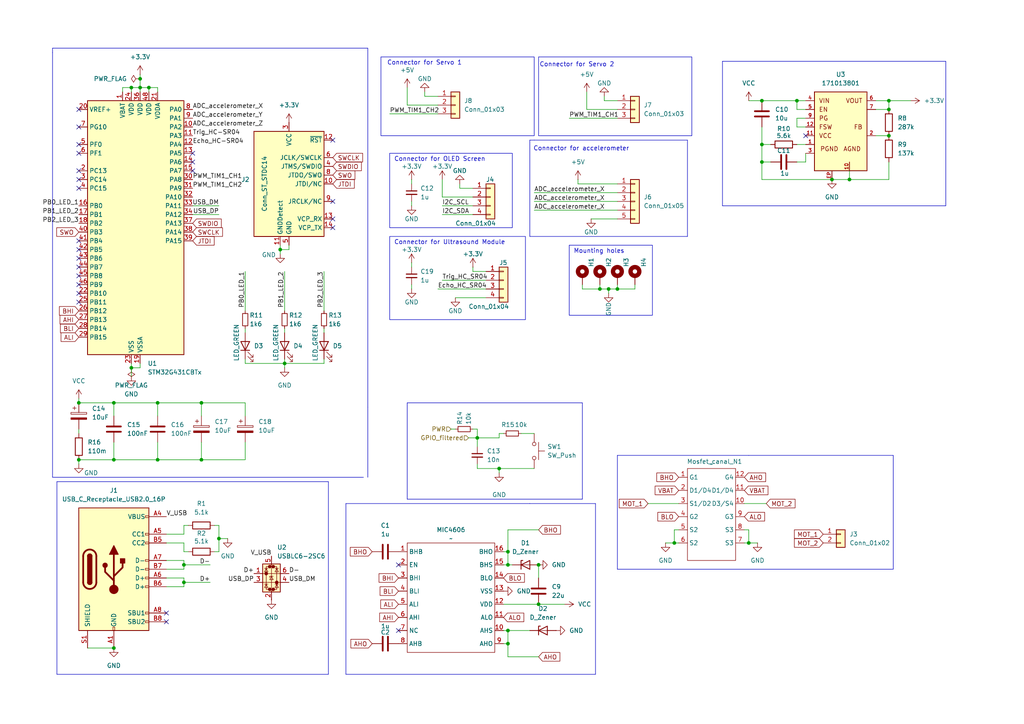
<source format=kicad_sch>
(kicad_sch (version 20231120) (generator "eeschema") (generator_version "8.0")
  (paper "A4")
  (lib_symbols
    (symbol "Connector:Conn_ST_STDC14"
      (property "Reference" "J" (at -8.89 16.51 0))
      (property "Value" "Conn_ST_STDC14" (at 17.78 16.51 0))
      (symbol "Conn_ST_STDC14_1_1"
        (pin no_connect line (at -10.16 5.08 0) (length 2.54) hide (name "NC") (number "1"))
        (pin output line (at 12.7 0 180) (length 2.54) (name "JTDI/NC") (number "10"))
        (pin passive line (at -2.54 -17.78 90) (length 2.54) (name "GNDDetect") (number "11"))
        (pin open_collector line (at 12.7 12.7 180) (length 2.54) (name "~{RST}") (number "12"))
        (pin output line (at 12.7 -10.16 180) (length 2.54) (name "VCP_RX") (number "13"))
        (pin input line (at 12.7 -12.7 180) (length 2.54) (name "VCP_TX") (number "14"))
        (pin no_connect line (at -10.16 2.54 0) (length 2.54) hide (name "NC") (number "2"))
        (pin power_in line (at 0 17.78 270) (length 2.54) (name "VCC") (number "3"))
        (pin bidirectional line (at 12.7 5.08 180) (length 2.54) (name "JTMS/SWDIO") (number "4"))
        (pin power_in line (at 0 -17.78 90) (length 2.54) (name "GND") (number "5"))
        (pin output line (at 12.7 7.62 180) (length 2.54) (name "JCLK/SWCLK") (number "6"))
        (pin passive line (at 0 -17.78 90) (length 2.54) hide (name "GND") (number "7"))
        (pin input line (at 12.7 2.54 180) (length 2.54) (name "JTDO/SWO") (number "8"))
        (pin input line (at 12.7 -5.08 180) (length 2.54) (name "JRCLK/NC") (number "9"))
      )
    )
    (symbol "Connector:USB_C_Receptacle_USB2.0_16P" (pin_names (offset 1.016))
      (property "Reference" "J" (at 0 22.225 0))
      (property "Value" "USB_C_Receptacle_USB2.0_16P" (at 0 19.685 0))
      (symbol "USB_C_Receptacle_USB2.0_16P_1_1"
        (pin passive line (at 0 -22.86 90) (length 5.08) (name "GND") (number "A1"))
        (pin passive line (at 0 -22.86 90) (length 5.08) hide (name "GND") (number "A12"))
        (pin passive line (at 15.24 15.24 180) (length 5.08) (name "VBUS") (number "A4"))
        (pin bidirectional line (at 15.24 10.16 180) (length 5.08) (name "CC1") (number "A5"))
        (pin bidirectional line (at 15.24 -2.54 180) (length 5.08) (name "D+") (number "A6"))
        (pin bidirectional line (at 15.24 2.54 180) (length 5.08) (name "D-") (number "A7"))
        (pin bidirectional line (at 15.24 -12.7 180) (length 5.08) (name "SBU1") (number "A8"))
        (pin passive line (at 15.24 15.24 180) (length 5.08) hide (name "VBUS") (number "A9"))
        (pin passive line (at 0 -22.86 90) (length 5.08) hide (name "GND") (number "B1"))
        (pin passive line (at 0 -22.86 90) (length 5.08) hide (name "GND") (number "B12"))
        (pin passive line (at 15.24 15.24 180) (length 5.08) hide (name "VBUS") (number "B4"))
        (pin bidirectional line (at 15.24 7.62 180) (length 5.08) (name "CC2") (number "B5"))
        (pin bidirectional line (at 15.24 -5.08 180) (length 5.08) (name "D+") (number "B6"))
        (pin bidirectional line (at 15.24 0 180) (length 5.08) (name "D-") (number "B7"))
        (pin bidirectional line (at 15.24 -15.24 180) (length 5.08) (name "SBU2") (number "B8"))
        (pin passive line (at 15.24 15.24 180) (length 5.08) hide (name "VBUS") (number "B9"))
        (pin passive line (at -7.62 -22.86 90) (length 5.08) (name "SHIELD") (number "S1"))
      )
    )
    (symbol "Connector_Generic:Conn_01x02" (pin_names (offset 1.016) hide)
      (property "Reference" "J" (at 0 2.54 0))
      (property "Value" "Conn_01x02" (at 0 -5.08 0))
      (symbol "Conn_01x02_1_1"
        (pin passive line (at -5.08 0 0) (length 3.81) (name "Pin_1") (number "1"))
        (pin passive line (at -5.08 -2.54 0) (length 3.81) (name "Pin_2") (number "2"))
      )
    )
    (symbol "Connector_Generic:Conn_01x03" (pin_names (offset 1.016) hide)
      (property "Reference" "J" (at 0 5.08 0))
      (property "Value" "Conn_01x03" (at 0 -5.08 0))
      (symbol "Conn_01x03_1_1"
        (pin passive line (at -5.08 2.54 0) (length 3.81) (name "Pin_1") (number "1"))
        (pin passive line (at -5.08 0 0) (length 3.81) (name "Pin_2") (number "2"))
        (pin passive line (at -5.08 -2.54 0) (length 3.81) (name "Pin_3") (number "3"))
      )
    )
    (symbol "Connector_Generic:Conn_01x04" (pin_names (offset 1.016) hide)
      (property "Reference" "J" (at 0 5.08 0))
      (property "Value" "Conn_01x04" (at 0 -7.62 0))
      (symbol "Conn_01x04_1_1"
        (pin passive line (at -5.08 2.54 0) (length 3.81) (name "Pin_1") (number "1"))
        (pin passive line (at -5.08 0 0) (length 3.81) (name "Pin_2") (number "2"))
        (pin passive line (at -5.08 -2.54 0) (length 3.81) (name "Pin_3") (number "3"))
        (pin passive line (at -5.08 -5.08 0) (length 3.81) (name "Pin_4") (number "4"))
      )
    )
    (symbol "Connector_Generic:Conn_01x05" (pin_names (offset 1.016) hide)
      (property "Reference" "J" (at 0 7.62 0))
      (property "Value" "Conn_01x05" (at 0 -7.62 0))
      (symbol "Conn_01x05_1_1"
        (pin passive line (at -5.08 5.08 0) (length 3.81) (name "Pin_1") (number "1"))
        (pin passive line (at -5.08 2.54 0) (length 3.81) (name "Pin_2") (number "2"))
        (pin passive line (at -5.08 0 0) (length 3.81) (name "Pin_3") (number "3"))
        (pin passive line (at -5.08 -2.54 0) (length 3.81) (name "Pin_4") (number "4"))
        (pin passive line (at -5.08 -5.08 0) (length 3.81) (name "Pin_5") (number "5"))
      )
    )
    (symbol "Device:C" (pin_numbers hide) (pin_names (offset 0.254))
      (property "Reference" "C" (at 0.635 2.54 0))
      (property "Value" "C" (at 0.635 -2.54 0))
      (symbol "C_1_1"
        (pin passive line (at 0 3.81 270) (length 2.794) (name "~") (number "1"))
        (pin passive line (at 0 -3.81 90) (length 2.794) (name "~") (number "2"))
      )
    )
    (symbol "Device:C_Polarized" (pin_numbers hide) (pin_names (offset 0.254))
      (property "Reference" "C" (at 0.635 2.54 0))
      (property "Value" "C_Polarized" (at 0.635 -2.54 0))
      (symbol "C_Polarized_1_1"
        (pin passive line (at 0 3.81 270) (length 2.794) (name "~") (number "1"))
        (pin passive line (at 0 -3.81 90) (length 2.794) (name "~") (number "2"))
      )
    )
    (symbol "Device:C_Small" (pin_numbers hide) (pin_names (offset 0.254) hide)
      (property "Reference" "C" (at 0.254 1.778 0))
      (property "Value" "C_Small" (at 0.254 -2.032 0))
      (symbol "C_Small_1_1"
        (pin passive line (at 0 2.54 270) (length 2.032) (name "~") (number "1"))
        (pin passive line (at 0 -2.54 90) (length 2.032) (name "~") (number "2"))
      )
    )
    (symbol "Device:D_Zener" (pin_numbers hide) (pin_names (offset 1.016) hide)
      (property "Reference" "D" (at 0 2.54 0))
      (property "Value" "D_Zener" (at 0 -2.54 0))
      (symbol "D_Zener_1_1"
        (pin passive line (at -3.81 0 0) (length 2.54) (name "K") (number "1"))
        (pin passive line (at 3.81 0 180) (length 2.54) (name "A") (number "2"))
      )
    )
    (symbol "Device:LED" (pin_numbers hide) (pin_names (offset 1.016) hide)
      (property "Reference" "D" (at 0 2.54 0))
      (property "Value" "LED" (at 0 -2.54 0))
      (symbol "LED_1_1"
        (pin passive line (at -3.81 0 0) (length 2.54) (name "K") (number "1"))
        (pin passive line (at 3.81 0 180) (length 2.54) (name "A") (number "2"))
      )
    )
    (symbol "Device:R" (pin_numbers hide) (pin_names (offset 0))
      (property "Reference" "R" (at 2.032 0 90))
      (property "Value" "R" (at 0 0 90))
      (symbol "R_1_1"
        (pin passive line (at 0 3.81 270) (length 1.27) (name "~") (number "1"))
        (pin passive line (at 0 -3.81 90) (length 1.27) (name "~") (number "2"))
      )
    )
    (symbol "Device:R_Small" (pin_numbers hide) (pin_names (offset 0.254) hide)
      (property "Reference" "R" (at 0.762 0.508 0))
      (property "Value" "R_Small" (at 0.762 -1.016 0))
      (symbol "R_Small_1_1"
        (pin passive line (at 0 2.54 270) (length 0.762) (name "~") (number "1"))
        (pin passive line (at 0 -2.54 90) (length 0.762) (name "~") (number "2"))
      )
    )
    (symbol "Library:MIC4606"
      (property "Reference" "MIC4606" (at 0 5.842 0))
      (symbol "MIC4606_0_0"
        (pin unspecified line (at -15.24 15.24 0) (length 2.54) (name "BHB") (number "1"))
        (pin unspecified line (at 15.24 -7.62 180) (length 2.54) (name "AHS") (number "10"))
        (pin unspecified line (at 15.24 -3.81 180) (length 2.54) (name "ALO") (number "11"))
        (pin unspecified line (at 15.24 0 180) (length 2.54) (name "VDD") (number "12"))
        (pin unspecified line (at 15.24 3.81 180) (length 2.54) (name "VSS") (number "13"))
        (pin unspecified line (at 15.24 7.62 180) (length 2.54) (name "BLO") (number "14"))
        (pin unspecified line (at 15.24 11.43 180) (length 2.54) (name "BHS") (number "15"))
        (pin unspecified line (at 15.24 15.24 180) (length 2.54) (name "BHO") (number "16"))
        (pin unspecified line (at -15.24 11.43 0) (length 2.54) (name "EN") (number "2"))
        (pin unspecified line (at -15.24 7.62 0) (length 2.54) (name "BHI") (number "3"))
        (pin unspecified line (at -15.24 3.81 0) (length 2.54) (name "BLI") (number "4"))
        (pin unspecified line (at -15.24 0 0) (length 2.54) (name "ALI") (number "5"))
        (pin unspecified line (at -15.24 -3.81 0) (length 2.54) (name "AHI") (number "6"))
        (pin unspecified line (at -15.24 -7.62 0) (length 2.54) (name "NC") (number "7"))
        (pin unspecified line (at -15.24 -11.43 0) (length 2.54) (name "AHB") (number "8"))
        (pin unspecified line (at 15.24 -11.43 180) (length 2.54) (name "AHO") (number "9"))
      )
    )
    (symbol "Library:Mosfet_Canal_N"
      (property "Reference" "U" (at -11.43 15.24 0))
      (symbol "Mosfet_Canal_N_0_0"
        (pin unspecified line (at -11.43 15.24 0) (length 2.54) (name "G1") (number "1"))
        (pin unspecified line (at 7.62 7.62 180) (length 2.54) (name "D3/S4") (number "10"))
        (pin unspecified line (at 7.62 11.43 180) (length 2.54) (name "D1/D4") (number "11"))
        (pin unspecified line (at 7.62 15.24 180) (length 2.54) (name "G4") (number "12"))
        (pin unspecified line (at -11.43 11.43 0) (length 2.54) (name "D1/D4") (number "2"))
        (pin unspecified line (at -11.43 7.62 0) (length 2.54) (name "S1/D2") (number "3"))
        (pin unspecified line (at -11.43 3.81 0) (length 2.54) (name "G2") (number "4"))
        (pin unspecified line (at -11.43 0 0) (length 2.54) (name "S2") (number "5"))
        (pin unspecified line (at -11.43 -3.81 0) (length 2.54) (name "S2") (number "6"))
        (pin unspecified line (at 7.62 -3.81 180) (length 2.54) (name "S3") (number "7"))
        (pin unspecified line (at 7.62 0 180) (length 2.54) (name "S3") (number "8"))
        (pin unspecified line (at 7.62 3.81 180) (length 2.54) (name "G3") (number "9"))
      )
    )
    (symbol "Library:WPME-VDLM_LGA-12EP" (pin_names (offset 1.016))
      (property "Reference" "U" (at 0 11.43 0))
      (property "Value" "WPME-VDLM_LGA-12EP" (at 0 -17.78 0))
      (symbol "WPME-VDLM_LGA-12EP_0_0"
        (text "AGND" (at 3.302 -6.35 0) (effects (font (size 1.27 1.27))))
        (text "EN" (at -6.35 5.08 0) (effects (font (size 1.27 1.27)) (justify left)))
        (text "FB" (at 6.35 0 0) (effects (font (size 1.27 1.27)) (justify right)))
        (text "FSW" (at -6.35 0 0) (effects (font (size 1.27 1.27)) (justify left)))
        (text "PG" (at -6.35 2.54 0) (effects (font (size 1.27 1.27)) (justify left)))
        (text "PGND" (at -3.302 -6.35 0) (effects (font (size 1.27 1.27))))
        (text "VCC" (at -6.35 -2.54 0) (effects (font (size 1.27 1.27)) (justify left)))
        (text "VIN" (at -6.35 7.62 0) (effects (font (size 1.27 1.27)) (justify left)))
        (text "VOUT" (at 6.35 7.62 0) (effects (font (size 1.27 1.27)) (justify right)))
        (pin passive line (at -10.16 -5.08 0) (length 2.54) (name "~") (number "1"))
        (pin passive line (at 2.54 -12.7 90) (length 2.54) (name "~") (number "10"))
        (pin passive line (at -10.16 -2.54 0) (length 2.54) (name "~") (number "11"))
        (pin passive line (at -10.16 0 0) (length 2.54) (name "~") (number "12"))
        (pin passive line (at 10.16 -2.54 180) (length 2.54) (name "~") (number "2"))
        (pin passive line (at -10.16 -7.62 0) (length 2.54) (name "~") (number "3"))
        (pin passive line (at -10.16 7.62 0) (length 2.54) (name "~") (number "4"))
        (pin passive line (at -10.16 5.08 0) (length 2.54) (name "~") (number "5"))
        (pin passive line (at 10.16 7.62 180) (length 2.54) (name "~") (number "6"))
        (pin passive line (at 10.16 5.08 180) (length 2.54) (name "~") (number "7"))
        (pin passive line (at -10.16 2.54 0) (length 2.54) (name "~") (number "9"))
        (pin passive line (at -2.54 -15.24 90) (length 2.54) (name "~") (number "EP"))
      )
    )
    (symbol "MCU_ST_STM32G4:STM32G431CBTx"
      (property "Reference" "U" (at -12.7 39.37 0))
      (property "Value" "STM32G431CBTx" (at 10.16 39.37 0))
      (symbol "STM32G431CBTx_1_1"
        (pin power_in line (at -2.54 40.64 270) (length 2.54) (name "VBAT") (number "1"))
        (pin bidirectional line (at 17.78 30.48 180) (length 2.54) (name "PA2") (number "10"))
        (pin bidirectional line (at 17.78 27.94 180) (length 2.54) (name "PA3") (number "11"))
        (pin bidirectional line (at 17.78 25.4 180) (length 2.54) (name "PA4") (number "12"))
        (pin bidirectional line (at 17.78 22.86 180) (length 2.54) (name "PA5") (number "13"))
        (pin bidirectional line (at 17.78 20.32 180) (length 2.54) (name "PA6") (number "14"))
        (pin bidirectional line (at 17.78 17.78 180) (length 2.54) (name "PA7") (number "15"))
        (pin bidirectional line (at -15.24 7.62 0) (length 2.54) (name "PB0") (number "16"))
        (pin bidirectional line (at -15.24 5.08 0) (length 2.54) (name "PB1") (number "17"))
        (pin bidirectional line (at -15.24 2.54 0) (length 2.54) (name "PB2") (number "18"))
        (pin power_in line (at 2.54 -38.1 90) (length 2.54) (name "VSSA") (number "19"))
        (pin bidirectional line (at -15.24 17.78 0) (length 2.54) (name "PC13") (number "2"))
        (pin input line (at -15.24 35.56 0) (length 2.54) (name "VREF+") (number "20"))
        (pin power_in line (at 7.62 40.64 270) (length 2.54) (name "VDDA") (number "21"))
        (pin bidirectional line (at -15.24 -17.78 0) (length 2.54) (name "PB10") (number "22"))
        (pin power_in line (at 0 -38.1 90) (length 2.54) (name "VSS") (number "23"))
        (pin power_in line (at 0 40.64 270) (length 2.54) (name "VDD") (number "24"))
        (pin bidirectional line (at -15.24 -20.32 0) (length 2.54) (name "PB11") (number "25"))
        (pin bidirectional line (at -15.24 -22.86 0) (length 2.54) (name "PB12") (number "26"))
        (pin bidirectional line (at -15.24 -25.4 0) (length 2.54) (name "PB13") (number "27"))
        (pin bidirectional line (at -15.24 -27.94 0) (length 2.54) (name "PB14") (number "28"))
        (pin bidirectional line (at -15.24 -30.48 0) (length 2.54) (name "PB15") (number "29"))
        (pin bidirectional line (at -15.24 15.24 0) (length 2.54) (name "PC14") (number "3"))
        (pin bidirectional line (at 17.78 15.24 180) (length 2.54) (name "PA8") (number "30"))
        (pin bidirectional line (at 17.78 12.7 180) (length 2.54) (name "PA9") (number "31"))
        (pin bidirectional line (at 17.78 10.16 180) (length 2.54) (name "PA10") (number "32"))
        (pin bidirectional line (at 17.78 7.62 180) (length 2.54) (name "PA11") (number "33"))
        (pin bidirectional line (at 17.78 5.08 180) (length 2.54) (name "PA12") (number "34"))
        (pin passive line (at 0 -38.1 90) (length 2.54) hide (name "VSS") (number "35"))
        (pin power_in line (at 2.54 40.64 270) (length 2.54) (name "VDD") (number "36"))
        (pin bidirectional line (at 17.78 2.54 180) (length 2.54) (name "PA13") (number "37"))
        (pin bidirectional line (at 17.78 0 180) (length 2.54) (name "PA14") (number "38"))
        (pin bidirectional line (at 17.78 -2.54 180) (length 2.54) (name "PA15") (number "39"))
        (pin bidirectional line (at -15.24 12.7 0) (length 2.54) (name "PC15") (number "4"))
        (pin bidirectional line (at -15.24 0 0) (length 2.54) (name "PB3") (number "40"))
        (pin bidirectional line (at -15.24 -2.54 0) (length 2.54) (name "PB4") (number "41"))
        (pin bidirectional line (at -15.24 -5.08 0) (length 2.54) (name "PB5") (number "42"))
        (pin bidirectional line (at -15.24 -7.62 0) (length 2.54) (name "PB6") (number "43"))
        (pin bidirectional line (at -15.24 -10.16 0) (length 2.54) (name "PB7") (number "44"))
        (pin bidirectional line (at -15.24 -12.7 0) (length 2.54) (name "PB8") (number "45"))
        (pin bidirectional line (at -15.24 -15.24 0) (length 2.54) (name "PB9") (number "46"))
        (pin passive line (at 0 -38.1 90) (length 2.54) hide (name "VSS") (number "47"))
        (pin power_in line (at 5.08 40.64 270) (length 2.54) (name "VDD") (number "48"))
        (pin bidirectional line (at -15.24 25.4 0) (length 2.54) (name "PF0") (number "5"))
        (pin bidirectional line (at -15.24 22.86 0) (length 2.54) (name "PF1") (number "6"))
        (pin bidirectional line (at -15.24 30.48 0) (length 2.54) (name "PG10") (number "7"))
        (pin bidirectional line (at 17.78 35.56 180) (length 2.54) (name "PA0") (number "8"))
        (pin bidirectional line (at 17.78 33.02 180) (length 2.54) (name "PA1") (number "9"))
      )
    )
    (symbol "Mechanical:MountingHole_Pad" (pin_numbers hide) (pin_names (offset 1.016) hide)
      (property "Reference" "H" (at 0 6.35 0))
      (property "Value" "MountingHole_Pad" (at 0 4.445 0))
      (symbol "MountingHole_Pad_1_1"
        (pin input line (at 0 -2.54 90) (length 2.54) (name "1") (number "1"))
      )
    )
    (symbol "Power_Protection:USBLC6-2SC6" (pin_names hide)
      (property "Reference" "U" (at 0.635 5.715 0))
      (property "Value" "USBLC6-2SC6" (at 0.635 3.81 0))
      (symbol "USBLC6-2SC6_1_1"
        (pin passive line (at -5.08 0 0) (length 2.54) (name "I/O1") (number "1"))
        (pin passive line (at 0 -7.62 90) (length 2.54) (name "GND") (number "2"))
        (pin passive line (at -5.08 -2.54 0) (length 2.54) (name "I/O2") (number "3"))
        (pin passive line (at 5.08 -2.54 180) (length 2.54) (name "I/O2") (number "4"))
        (pin passive line (at 0 5.08 270) (length 2.54) (name "VBUS") (number "5"))
        (pin passive line (at 5.08 0 180) (length 2.54) (name "I/O1") (number "6"))
      )
    )
    (symbol "Switch:SW_Push" (pin_numbers hide) (pin_names (offset 1.016) hide)
      (property "Reference" "SW" (at 1.27 2.54 0))
      (property "Value" "SW_Push" (at 0 -1.524 0))
      (symbol "SW_Push_0_1"
        (pin passive line (at -5.08 0 0) (length 2.54) (name "1") (number "1"))
        (pin passive line (at 5.08 0 180) (length 2.54) (name "2") (number "2"))
      )
    )
    (symbol "power:+3.3V" (power) (pin_numbers hide) (pin_names (offset 0) hide)
      (property "Value" "+3.3V" (at 0 3.556 0))
      (symbol "+3.3V_1_1"
        (pin power_in line (at 0 0 90) (length 0) (name "~") (number "1"))
      )
    )
    (symbol "power:+5V" (power) (pin_numbers hide) (pin_names (offset 0) hide)
      (property "Value" "+5V" (at 0 3.556 0))
      (symbol "+5V_1_1"
        (pin power_in line (at 0 0 90) (length 0) (name "~") (number "1"))
      )
    )
    (symbol "power:GND" (power) (pin_numbers hide) (pin_names (offset 0) hide)
      (property "Value" "GND" (at 0 -3.81 0))
      (symbol "GND_1_1"
        (pin power_in line (at 0 0 270) (length 0) (name "~") (number "1"))
      )
    )
    (symbol "power:PWR_FLAG" (power) (pin_numbers hide) (pin_names (offset 0) hide)
      (property "Value" "PWR_FLAG" (at 0 3.81 0))
      (symbol "PWR_FLAG_0_0"
        (pin power_out line (at 0 0 90) (length 0) (name "~") (number "1"))
      )
    )
    (symbol "power:VCC" (power) (pin_numbers hide) (pin_names (offset 0) hide)
      (property "Value" "VCC" (at 0 3.556 0))
      (symbol "VCC_1_1"
        (pin power_in line (at 0 0 90) (length 0) (name "~") (number "1"))
      )
    )
  )
  (junction (at 156.21 175.26))
  (junction (at 33.02 116.84))
  (junction (at 246.38 52.07))
  (junction (at 63.5 156.21))
  (junction (at 138.43 127))
  (junction (at 53.34 168.91))
  (junction (at 22.86 133.35))
  (junction (at 45.72 133.35))
  (junction (at 257.81 29.21))
  (junction (at 33.02 187.96))
  (junction (at 179.07 83.82))
  (junction (at 43.18 25.4))
  (junction (at 220.98 41.91))
  (junction (at 147.32 186.69))
  (junction (at 220.98 29.21))
  (junction (at 217.17 157.48))
  (junction (at 220.98 46.99))
  (junction (at 81.28 72.39))
  (junction (at 156.21 163.83))
  (junction (at 40.64 22.86))
  (junction (at 241.3 52.07))
  (junction (at 33.02 133.35))
  (junction (at 173.99 83.82))
  (junction (at 40.64 25.4))
  (junction (at 257.81 39.37))
  (junction (at 176.53 83.82))
  (junction (at 22.86 116.84))
  (junction (at 38.1 25.4))
  (junction (at 147.32 160.02))
  (junction (at 231.14 29.21))
  (junction (at 144.78 135.89))
  (junction (at 38.1 106.68))
  (junction (at 58.42 116.84))
  (junction (at 82.55 105.41))
  (junction (at 147.32 182.88))
  (junction (at 58.42 133.35))
  (junction (at 195.58 157.48))
  (junction (at 53.34 163.83))
  (junction (at 45.72 116.84))
  (junction (at 257.81 31.75))
  (junction (at 147.32 163.83))
  (no_connect (at 96.52 66.04))
  (no_connect (at 96.52 40.64))
  (no_connect (at 22.86 85.09))
  (no_connect (at 22.86 77.47))
  (no_connect (at 22.86 82.55))
  (no_connect (at 22.86 54.61))
  (no_connect (at 22.86 72.39))
  (no_connect (at 55.88 44.45))
  (no_connect (at 22.86 49.53))
  (no_connect (at 22.86 87.63))
  (no_connect (at 22.86 31.75))
  (no_connect (at 22.86 36.83))
  (no_connect (at 115.57 163.83))
  (no_connect (at 48.26 177.8))
  (no_connect (at 22.86 52.07))
  (no_connect (at 55.88 46.99))
  (no_connect (at 22.86 80.01))
  (no_connect (at 233.68 39.37))
  (no_connect (at 48.26 180.34))
  (no_connect (at 22.86 74.93))
  (no_connect (at 115.57 182.88))
  (no_connect (at 96.52 58.42))
  (no_connect (at 22.86 44.45))
  (no_connect (at 96.52 63.5))
  (no_connect (at 22.86 69.85))
  (no_connect (at 22.86 41.91))
  (no_connect (at 55.88 49.53))
  (wire (pts (xy 82.55 95.25) (xy 82.55 96.52)))
  (wire (pts (xy 246.38 49.53) (xy 246.38 52.07)))
  (wire (pts (xy 71.12 128.27) (xy 71.12 133.35)))
  (wire (pts (xy 62.23 152.4) (xy 63.5 152.4)))
  (wire (pts (xy 53.34 168.91) (xy 53.34 170.18)))
  (wire (pts (xy 128.27 59.69) (xy 137.16 59.69)))
  (wire (pts (xy 233.68 36.83) (xy 231.14 36.83)))
  (polyline (pts (xy 168.91 116.84) (xy 168.91 144.78)))
  (wire (pts (xy 53.34 168.91) (xy 60.96 168.91)))
  (wire (pts (xy 193.04 157.48) (xy 195.58 157.48)))
  (polyline (pts (xy 100.33 146.05) (xy 153.67 146.05)))
  (wire (pts (xy 130.81 124.46) (xy 132.08 124.46)))
  (polyline (pts (xy 95.25 195.58) (xy 16.51 195.58)))
  (wire (pts (xy 168.91 82.55) (xy 168.91 83.82)))
  (polyline (pts (xy 274.32 17.78) (xy 274.32 59.69)))
  (wire (pts (xy 38.1 25.4) (xy 38.1 26.67)))
  (wire (pts (xy 195.58 157.48) (xy 196.85 157.48)))
  (wire (pts (xy 22.86 133.35) (xy 22.86 134.62)))
  (wire (pts (xy 40.64 106.68) (xy 38.1 106.68)))
  (polyline (pts (xy 16.51 195.58) (xy 16.51 139.7)))
  (wire (pts (xy 264.16 29.21) (xy 257.81 29.21)))
  (wire (pts (xy 231.14 46.99) (xy 233.68 46.99)))
  (wire (pts (xy 113.03 33.02) (xy 127 33.02)))
  (wire (pts (xy 233.68 46.99) (xy 233.68 44.45)))
  (wire (pts (xy 55.88 62.23) (xy 63.5 62.23)))
  (wire (pts (xy 151.13 125.73) (xy 154.94 125.73)))
  (wire (pts (xy 71.12 116.84) (xy 71.12 120.65)))
  (wire (pts (xy 148.59 163.83) (xy 147.32 163.83)))
  (wire (pts (xy 137.16 77.47) (xy 137.16 78.74)))
  (wire (pts (xy 254 39.37) (xy 257.81 39.37)))
  (wire (pts (xy 123.19 26.67) (xy 123.19 27.94)))
  (wire (pts (xy 133.35 53.34) (xy 133.35 54.61)))
  (wire (pts (xy 63.5 156.21) (xy 63.5 160.02)))
  (wire (pts (xy 40.64 25.4) (xy 43.18 25.4)))
  (wire (pts (xy 220.98 46.99) (xy 220.98 52.07)))
  (wire (pts (xy 33.02 133.35) (xy 22.86 133.35)))
  (wire (pts (xy 220.98 41.91) (xy 220.98 46.99)))
  (wire (pts (xy 254 31.75) (xy 257.81 31.75)))
  (wire (pts (xy 170.18 26.67) (xy 170.18 31.75)))
  (wire (pts (xy 53.34 152.4) (xy 54.61 152.4)))
  (wire (pts (xy 118.11 30.48) (xy 127 30.48)))
  (wire (pts (xy 48.26 154.94) (xy 53.34 154.94)))
  (wire (pts (xy 81.28 73.66) (xy 81.28 72.39)))
  (polyline (pts (xy 153.67 40.64) (xy 153.67 68.58)))
  (wire (pts (xy 144.78 135.89) (xy 144.78 137.16)))
  (polyline (pts (xy 153.67 40.64) (xy 154.94 40.64)))
  (wire (pts (xy 45.72 133.35) (xy 33.02 133.35)))
  (wire (pts (xy 146.05 182.88) (xy 147.32 182.88)))
  (wire (pts (xy 220.98 41.91) (xy 223.52 41.91)))
  (wire (pts (xy 147.32 186.69) (xy 146.05 186.69)))
  (wire (pts (xy 118.11 25.4) (xy 118.11 30.48)))
  (polyline (pts (xy 15.24 15.24) (xy 15.24 138.43)))
  (polyline (pts (xy 100.33 195.58) (xy 100.33 146.05)))
  (polyline (pts (xy 199.39 40.64) (xy 199.39 68.58)))
  (polyline (pts (xy 118.11 116.84) (xy 168.91 116.84)))
  (wire (pts (xy 119.38 58.42) (xy 119.38 59.69)))
  (wire (pts (xy 171.45 63.5) (xy 179.07 63.5)))
  (wire (pts (xy 71.12 133.35) (xy 58.42 133.35)))
  (wire (pts (xy 40.64 22.86) (xy 40.64 25.4)))
  (wire (pts (xy 43.18 26.67) (xy 43.18 25.4)))
  (wire (pts (xy 165.1 34.29) (xy 179.07 34.29)))
  (polyline (pts (xy 154.94 40.64) (xy 199.39 40.64)))
  (wire (pts (xy 63.5 152.4) (xy 63.5 156.21)))
  (wire (pts (xy 45.72 120.65) (xy 45.72 116.84)))
  (polyline (pts (xy 217.17 132.08) (xy 259.08 132.08)))
  (wire (pts (xy 220.98 36.83) (xy 220.98 41.91)))
  (wire (pts (xy 257.81 31.75) (xy 257.81 29.21)))
  (wire (pts (xy 128.27 81.28) (xy 140.97 81.28)))
  (wire (pts (xy 40.64 21.59) (xy 40.64 22.86)))
  (polyline (pts (xy 172.72 146.05) (xy 172.72 195.58)))
  (polyline (pts (xy 179.07 132.08) (xy 179.07 165.1)))
  (wire (pts (xy 231.14 41.91) (xy 233.68 41.91)))
  (wire (pts (xy 257.81 52.07) (xy 246.38 52.07)))
  (wire (pts (xy 22.86 124.46) (xy 22.86 125.73)))
  (wire (pts (xy 33.02 120.65) (xy 33.02 116.84)))
  (wire (pts (xy 58.42 133.35) (xy 45.72 133.35)))
  (polyline (pts (xy 259.08 132.08) (xy 259.08 165.1)))
  (wire (pts (xy 25.4 187.96) (xy 33.02 187.96)))
  (wire (pts (xy 215.9 146.05) (xy 222.25 146.05)))
  (wire (pts (xy 93.98 104.14) (xy 93.98 105.41)))
  (polyline (pts (xy 209.55 17.78) (xy 274.32 17.78)))
  (wire (pts (xy 144.78 135.89) (xy 154.94 135.89)))
  (wire (pts (xy 83.82 71.12) (xy 83.82 72.39)))
  (wire (pts (xy 187.96 146.05) (xy 196.85 146.05)))
  (wire (pts (xy 45.72 25.4) (xy 43.18 25.4)))
  (wire (pts (xy 82.55 78.74) (xy 82.55 90.17)))
  (wire (pts (xy 147.32 160.02) (xy 147.32 163.83)))
  (wire (pts (xy 58.42 128.27) (xy 58.42 133.35)))
  (wire (pts (xy 58.42 116.84) (xy 58.42 120.65)))
  (wire (pts (xy 123.19 27.94) (xy 127 27.94)))
  (wire (pts (xy 128.27 57.15) (xy 137.16 57.15)))
  (polyline (pts (xy 259.08 165.1) (xy 259.08 165.1)))
  (wire (pts (xy 128.27 62.23) (xy 137.16 62.23)))
  (wire (pts (xy 146.05 175.26) (xy 156.21 175.26)))
  (wire (pts (xy 231.14 34.29) (xy 233.68 34.29)))
  (wire (pts (xy 40.64 105.41) (xy 40.64 106.68)))
  (wire (pts (xy 220.98 52.07) (xy 241.3 52.07)))
  (wire (pts (xy 220.98 46.99) (xy 223.52 46.99)))
  (wire (pts (xy 217.17 157.48) (xy 219.71 157.48)))
  (wire (pts (xy 147.32 153.67) (xy 147.32 160.02)))
  (wire (pts (xy 45.72 128.27) (xy 45.72 133.35)))
  (wire (pts (xy 93.98 95.25) (xy 93.98 96.52)))
  (wire (pts (xy 246.38 52.07) (xy 241.3 52.07)))
  (polyline (pts (xy 106.68 13.97) (xy 106.68 118.11)))
  (wire (pts (xy 147.32 160.02) (xy 146.05 160.02)))
  (wire (pts (xy 154.94 55.88) (xy 179.07 55.88)))
  (wire (pts (xy 144.78 125.73) (xy 146.05 125.73)))
  (wire (pts (xy 82.55 105.41) (xy 82.55 106.68)))
  (wire (pts (xy 173.99 83.82) (xy 176.53 83.82)))
  (wire (pts (xy 173.99 82.55) (xy 173.99 83.82)))
  (wire (pts (xy 48.26 167.64) (xy 53.34 167.64)))
  (wire (pts (xy 133.35 54.61) (xy 137.16 54.61)))
  (wire (pts (xy 62.23 160.02) (xy 63.5 160.02)))
  (wire (pts (xy 53.34 163.83) (xy 53.34 165.1)))
  (wire (pts (xy 71.12 78.74) (xy 71.12 90.17)))
  (wire (pts (xy 215.9 153.67) (xy 217.17 153.67)))
  (wire (pts (xy 144.78 125.73) (xy 144.78 127)))
  (wire (pts (xy 170.18 31.75) (xy 179.07 31.75)))
  (wire (pts (xy 53.34 167.64) (xy 53.34 168.91)))
  (wire (pts (xy 156.21 190.5) (xy 147.32 190.5)))
  (wire (pts (xy 45.72 25.4) (xy 45.72 26.67)))
  (wire (pts (xy 138.43 124.46) (xy 138.43 127)))
  (wire (pts (xy 154.94 60.96) (xy 179.07 60.96)))
  (wire (pts (xy 231.14 36.83) (xy 231.14 34.29)))
  (polyline (pts (xy 274.32 59.69) (xy 209.55 59.69)))
  (wire (pts (xy 71.12 95.25) (xy 71.12 96.52)))
  (wire (pts (xy 128.27 52.07) (xy 128.27 57.15)))
  (polyline (pts (xy 172.72 195.58) (xy 100.33 195.58)))
  (wire (pts (xy 119.38 82.55) (xy 119.38 83.82)))
  (wire (pts (xy 147.32 190.5) (xy 147.32 186.69)))
  (wire (pts (xy 22.86 116.84) (xy 22.86 115.57)))
  (wire (pts (xy 45.72 116.84) (xy 58.42 116.84)))
  (polyline (pts (xy 15.24 13.97) (xy 15.24 15.24)))
  (wire (pts (xy 127 83.82) (xy 140.97 83.82)))
  (wire (pts (xy 132.08 86.36) (xy 140.97 86.36)))
  (wire (pts (xy 48.26 162.56) (xy 53.34 162.56)))
  (wire (pts (xy 138.43 129.54) (xy 138.43 127)))
  (wire (pts (xy 231.14 29.21) (xy 231.14 31.75)))
  (polyline (pts (xy 95.25 139.7) (xy 95.25 195.58)))
  (wire (pts (xy 38.1 25.4) (xy 40.64 25.4)))
  (wire (pts (xy 257.81 46.99) (xy 257.81 52.07)))
  (wire (pts (xy 33.02 116.84) (xy 22.86 116.84)))
  (wire (pts (xy 55.88 59.69) (xy 63.5 59.69)))
  (polyline (pts (xy 118.11 116.84) (xy 118.11 144.78)))
  (wire (pts (xy 38.1 105.41) (xy 38.1 106.68)))
  (wire (pts (xy 156.21 163.83) (xy 156.21 167.64)))
  (polyline (pts (xy 15.24 13.97) (xy 106.68 13.97)))
  (polyline (pts (xy 168.91 144.78) (xy 118.11 144.78)))
  (wire (pts (xy 83.82 72.39) (xy 81.28 72.39)))
  (wire (pts (xy 40.64 25.4) (xy 40.64 26.67)))
  (wire (pts (xy 144.78 135.89) (xy 138.43 135.89)))
  (wire (pts (xy 48.26 157.48) (xy 53.34 157.48)))
  (wire (pts (xy 147.32 182.88) (xy 147.32 186.69)))
  (wire (pts (xy 71.12 105.41) (xy 82.55 105.41)))
  (wire (pts (xy 147.32 163.83) (xy 146.05 163.83)))
  (wire (pts (xy 217.17 153.67) (xy 217.17 157.48)))
  (wire (pts (xy 195.58 153.67) (xy 195.58 157.48)))
  (wire (pts (xy 35.56 25.4) (xy 38.1 25.4)))
  (wire (pts (xy 220.98 29.21) (xy 231.14 29.21)))
  (wire (pts (xy 53.34 165.1) (xy 48.26 165.1)))
  (wire (pts (xy 167.64 53.34) (xy 179.07 53.34)))
  (wire (pts (xy 176.53 83.82) (xy 176.53 85.09)))
  (wire (pts (xy 53.34 157.48) (xy 53.34 160.02)))
  (polyline (pts (xy 199.39 68.58) (xy 153.67 68.58)))
  (wire (pts (xy 184.15 83.82) (xy 179.07 83.82)))
  (wire (pts (xy 156.21 175.26) (xy 163.83 175.26)))
  (wire (pts (xy 53.34 154.94) (xy 53.34 152.4)))
  (polyline (pts (xy 105.41 138.43) (xy 15.24 138.43)))
  (wire (pts (xy 38.1 106.68) (xy 38.1 109.22)))
  (wire (pts (xy 119.38 76.2) (xy 119.38 77.47)))
  (wire (pts (xy 119.38 52.07) (xy 119.38 53.34)))
  (wire (pts (xy 215.9 157.48) (xy 217.17 157.48)))
  (wire (pts (xy 156.21 153.67) (xy 147.32 153.67)))
  (wire (pts (xy 33.02 128.27) (xy 33.02 133.35)))
  (wire (pts (xy 71.12 104.14) (xy 71.12 105.41)))
  (wire (pts (xy 154.94 58.42) (xy 179.07 58.42)))
  (wire (pts (xy 176.53 83.82) (xy 179.07 83.82)))
  (polyline (pts (xy 217.17 132.08) (xy 179.07 132.08)))
  (wire (pts (xy 135.89 127) (xy 138.43 127)))
  (wire (pts (xy 53.34 162.56) (xy 53.34 163.83)))
  (polyline (pts (xy 153.67 146.05) (xy 172.72 146.05)))
  (polyline (pts (xy 209.55 17.78) (xy 209.55 59.69)))
  (wire (pts (xy 168.91 83.82) (xy 173.99 83.82)))
  (wire (pts (xy 93.98 78.74) (xy 93.98 90.17)))
  (wire (pts (xy 138.43 135.89) (xy 138.43 134.62)))
  (wire (pts (xy 63.5 156.21) (xy 66.04 156.21)))
  (wire (pts (xy 53.34 170.18) (xy 48.26 170.18)))
  (wire (pts (xy 167.64 52.07) (xy 167.64 53.34)))
  (wire (pts (xy 82.55 104.14) (xy 82.55 105.41)))
  (wire (pts (xy 138.43 124.46) (xy 137.16 124.46)))
  (wire (pts (xy 33.02 116.84) (xy 45.72 116.84)))
  (wire (pts (xy 137.16 78.74) (xy 140.97 78.74)))
  (wire (pts (xy 53.34 160.02) (xy 54.61 160.02)))
  (wire (pts (xy 231.14 29.21) (xy 233.68 29.21)))
  (wire (pts (xy 82.55 105.41) (xy 93.98 105.41)))
  (wire (pts (xy 53.34 163.83) (xy 60.96 163.83)))
  (wire (pts (xy 175.26 29.21) (xy 179.07 29.21)))
  (wire (pts (xy 175.26 27.94) (xy 175.26 29.21)))
  (wire (pts (xy 58.42 116.84) (xy 71.12 116.84)))
  (wire (pts (xy 184.15 83.82) (xy 184.15 82.55)))
  (polyline (pts (xy 179.07 165.1) (xy 259.08 165.1)))
  (wire (pts (xy 153.67 182.88) (xy 147.32 182.88)))
  (polyline (pts (xy 106.68 118.11) (xy 106.68 138.43)))
  (wire (pts (xy 217.17 29.21) (xy 220.98 29.21)))
  (wire (pts (xy 257.81 29.21) (xy 254 29.21)))
  (wire (pts (xy 196.85 153.67) (xy 195.58 153.67)))
  (polyline (pts (xy 16.51 139.7) (xy 95.25 139.7)))
  (wire (pts (xy 231.14 31.75) (xy 233.68 31.75)))
  (wire (pts (xy 138.43 127) (xy 144.78 127)))
  (wire (pts (xy 35.56 25.4) (xy 35.56 26.67)))
  (wire (pts (xy 179.07 82.55) (xy 179.07 83.82)))
  (wire (pts (xy 81.28 72.39) (xy 81.28 71.12)))
  (rectangle (start 165.1 71.12) (end 189.23 91.44))
  (rectangle (start 113.03 44.45) (end 148.59 66.04))
  (rectangle (start 156.21 16.51) (end 200.66 39.37))
  (rectangle (start 113.03 68.58) (end 152.4 92.71))
  (rectangle (start 110.49 16.51) (end 154.94 39.37))
  (text "Mounting holes" (at 166.37 73.66 0) (effects (font (size 1.27 1.27)) (justify left bottom)))
  (text "Connector for OLED Screen" (at 114.3 46.99 0) (effects (font (size 1.27 1.27)) (justify left bottom)))
  (text "Connector for Servo 2\n" (at 156.464 19.558 0) (effects (font (size 1.27 1.27)) (justify left bottom)))
  (text "Connector for Ultrasound Module" (at 114.3 71.12 0) (effects (font (size 1.27 1.27)) (justify left bottom)))
  (text "Connector for Servo 1\n" (at 112.268 19.05 0) (effects (font (size 1.27 1.27)) (justify left bottom)))
  (text "Connector for accelerometer\n\n" (at 154.686 45.974 0) (effects (font (size 1.27 1.27)) (justify left bottom)))
  (label "PB1_LED_2" (at 22.86 62.23 180))
  (label "PB0_LED_1" (at 71.12 78.74 270))
  (label "PB2_LED_3" (at 22.86 64.77 180))
  (label "D+" (at 73.66 166.37 180))
  (label "Trig_HC_SR04" (at 128.27 81.28 0))
  (label "I2C_SDA" (at 128.27 62.23 0))
  (label "USB_DP" (at 73.66 168.91 180))
  (label "ADC_accelerometer_Z" (at 55.88 36.83 0))
  (label "PB2_LED_3" (at 93.98 78.74 270))
  (label "D-" (at 83.82 166.37 0))
  (label "Trig_HC-SR04" (at 55.88 39.37 0))
  (label "Echo_HC_SR04" (at 127 83.82 0))
  (label "PWM_TIM1_CH2" (at 113.03 33.02 0))
  (label "ADC_accelerometer_X" (at 154.94 58.42 0))
  (label "D+" (at 60.96 168.91 180))
  (label "ADC_accelerometer_X" (at 154.94 60.96 0))
  (label "D-" (at 60.96 163.83 180))
  (label "USB_DM" (at 63.5 59.69 180))
  (label "ADC_accelerometer_Y" (at 55.88 34.29 0))
  (label "ADC_accelerometer_X" (at 154.94 55.88 0))
  (label "V_USB" (at 78.74 161.29 180))
  (label "PWM_TIM1_CH1" (at 165.1 34.29 0))
  (label "PB0_LED_1" (at 22.86 59.69 180))
  (label "PB1_LED_2" (at 82.55 78.74 270))
  (label "PWM_TIM1_CH2" (at 55.88 54.61 0))
  (label "PWM_TIM1_CH1" (at 55.88 52.07 0))
  (label "V_USB" (at 48.26 149.86 0))
  (label "I2C_SCL" (at 128.27 59.69 0))
  (label "USB_DM" (at 83.82 168.91 0))
  (label "ADC_accelerometer_X" (at 55.88 31.75 0))
  (label "USB_DP" (at 63.5 62.23 180))
  (label "Echo_HC-SR04" (at 55.88 41.91 0))
  (global_label "BLO" (shape input) (at 196.85 149.86 180) (property "Intersheetrefs" "${INTERSHEET_REFS}" (effects (hide yes))))
  (global_label "VBAT" (shape input) (at 196.85 142.24 180) (property "Intersheetrefs" "${INTERSHEET_REFS}" (effects (hide yes))))
  (global_label "BHO" (shape input) (at 107.95 160.02 180) (property "Intersheetrefs" "${INTERSHEET_REFS}" (effects (hide yes))))
  (global_label "MOT_2" (shape input) (at 222.25 146.05 0) (property "Intersheetrefs" "${INTERSHEET_REFS}" (effects (hide yes))))
  (global_label "SWCLK" (shape input) (at 96.52 45.72 0) (property "Intersheetrefs" "${INTERSHEET_REFS}" (effects (hide yes))))
  (global_label "SWO" (shape input) (at 96.52 50.8 0) (property "Intersheetrefs" "${INTERSHEET_REFS}" (effects (hide yes))))
  (global_label "SWO" (shape input) (at 22.86 67.31 180) (property "Intersheetrefs" "${INTERSHEET_REFS}" (effects (hide yes))))
  (global_label "AHI" (shape input) (at 115.57 179.07 180) (property "Intersheetrefs" "${INTERSHEET_REFS}" (effects (hide yes))))
  (global_label "ALI" (shape input) (at 22.86 97.79 180) (property "Intersheetrefs" "${INTERSHEET_REFS}" (effects (hide yes))))
  (global_label "AHO" (shape input) (at 107.95 186.69 180) (property "Intersheetrefs" "${INTERSHEET_REFS}" (effects (hide yes))))
  (global_label "MOT_2" (shape input) (at 238.76 157.48 180) (property "Intersheetrefs" "${INTERSHEET_REFS}" (effects (hide yes))))
  (global_label "AHO" (shape input) (at 215.9 138.43 0) (property "Intersheetrefs" "${INTERSHEET_REFS}" (effects (hide yes))))
  (global_label "ALO" (shape input) (at 215.9 149.86 0) (property "Intersheetrefs" "${INTERSHEET_REFS}" (effects (hide yes))))
  (global_label "BLI" (shape input) (at 22.86 95.25 180) (property "Intersheetrefs" "${INTERSHEET_REFS}" (effects (hide yes))))
  (global_label "ALI" (shape input) (at 115.57 175.26 180) (property "Intersheetrefs" "${INTERSHEET_REFS}" (effects (hide yes))))
  (global_label "BLO" (shape input) (at 146.05 167.64 0) (property "Intersheetrefs" "${INTERSHEET_REFS}" (effects (hide yes))))
  (global_label "BHO" (shape input) (at 196.85 138.43 180) (property "Intersheetrefs" "${INTERSHEET_REFS}" (effects (hide yes))))
  (global_label "SWCLK" (shape input) (at 55.88 67.31 0) (property "Intersheetrefs" "${INTERSHEET_REFS}" (effects (hide yes))))
  (global_label "JTDI" (shape input) (at 96.52 53.34 0) (property "Intersheetrefs" "${INTERSHEET_REFS}" (effects (hide yes))))
  (global_label "AHI" (shape input) (at 22.86 92.71 180) (property "Intersheetrefs" "${INTERSHEET_REFS}" (effects (hide yes))))
  (global_label "VBAT" (shape input) (at 215.9 142.24 0) (property "Intersheetrefs" "${INTERSHEET_REFS}" (effects (hide yes))))
  (global_label "AHO" (shape input) (at 156.21 190.5 0) (property "Intersheetrefs" "${INTERSHEET_REFS}" (effects (hide yes))))
  (global_label "BHO" (shape input) (at 156.21 153.67 0) (property "Intersheetrefs" "${INTERSHEET_REFS}" (effects (hide yes))))
  (global_label "MOT_1" (shape input) (at 187.96 146.05 180) (property "Intersheetrefs" "${INTERSHEET_REFS}" (effects (hide yes))))
  (global_label "BHI" (shape input) (at 22.86 90.17 180) (property "Intersheetrefs" "${INTERSHEET_REFS}" (effects (hide yes))))
  (global_label "BHI" (shape input) (at 115.57 167.64 180) (property "Intersheetrefs" "${INTERSHEET_REFS}" (effects (hide yes))))
  (global_label "MOT_1" (shape input) (at 238.76 154.94 180) (property "Intersheetrefs" "${INTERSHEET_REFS}" (effects (hide yes))))
  (global_label "BLI" (shape input) (at 115.57 171.45 180) (property "Intersheetrefs" "${INTERSHEET_REFS}" (effects (hide yes))))
  (global_label "SWDIO" (shape input) (at 96.52 48.26 0) (property "Intersheetrefs" "${INTERSHEET_REFS}" (effects (hide yes))))
  (global_label "ALO" (shape input) (at 146.05 179.07 0) (property "Intersheetrefs" "${INTERSHEET_REFS}" (effects (hide yes))))
  (global_label "SWDIO" (shape input) (at 55.88 64.77 0) (property "Intersheetrefs" "${INTERSHEET_REFS}" (effects (hide yes))))
  (global_label "JTDI" (shape input) (at 55.88 69.85 0) (property "Intersheetrefs" "${INTERSHEET_REFS}" (effects (hide yes))))
  (hierarchical_label "GPIO_filtered" (shape input) (at 135.89 127 180))
  (hierarchical_label "PWR" (shape input) (at 130.81 124.46 180))
  (symbol (lib_id "Connector_Generic:Conn_01x05") (at 184.15 58.42 0) (unit 1)
    (property "Reference" "J6" (at 186.69 57.1499 0) (effects (justify left)))
    (property "Value" "Conn_01x05" (at 186.69 59.6899 0) (effects (justify left)))
    (property "Description" "Generic connector, single row, 01x05, script generated (kicad-library-utils/schlib/autogen/connector/)" (effects (hide yes)))
  )
  (symbol (lib_id "power:GND") (at 119.38 83.82 0) (unit 1)
    (property "Reference" "#PWR030" (effects (hide yes)))
    (property "Value" "GND" (at 119.38 87.63 0))
  )
  (symbol (lib_id "Connector_Generic:Conn_01x04") (at 146.05 81.28 0) (unit 1)
    (property "Reference" "J5" (at 144.78 76.2 0) (effects (justify left)))
    (property "Value" "Conn_01x04" (at 135.89 88.9 0) (effects (justify left)))
    (property "Footprint" "Connector_JST:JST_XH_B4B-XH-A_1x04_P2.50mm_Vertical" (effects (hide yes)))
  )
  (symbol (lib_id "power:+3.3V") (at 264.16 29.21 270) (unit 1)
    (property "Reference" "#PWR023" (effects (hide yes)))
    (property "Value" "+3.3V" (at 267.97 29.2099 90) (effects (justify left)))
    (property "Description" "Power symbol creates a global label with name \"+3.3V\"" (effects (hide yes)))
  )
  (symbol (lib_id "Device:C_Polarized") (at 22.86 120.65 0) (unit 1)
    (property "Reference" "C14" (at 26.67 118.4909 0) (effects (justify left)))
    (property "Value" "10uF" (at 26.67 121.0309 0) (effects (justify left)))
    (property "Footprint" "Capacitor_SMD:CP_Elec_4x5.7" (effects (hide yes)))
  )
  (symbol (lib_id "Device:C_Polarized") (at 71.12 124.46 0) (unit 1)
    (property "Reference" "C18" (at 74.93 122.3009 0) (effects (justify left)))
    (property "Value" "10uF" (at 74.93 124.8409 0) (effects (justify left)))
    (property "Footprint" "Capacitor_SMD:CP_Elec_4x5.7" (effects (hide yes)))
  )
  (symbol (lib_id "Device:C") (at 111.76 186.69 90) (unit 1)
    (property "Reference" "C2" (at 111.76 183.388 90))
    (property "Value" "1u" (at 111.76 181.61 90))
    (property "Footprint" "Capacitor_SMD:C_0402_1005Metric_Pad0.74x0.62mm_HandSolder" (effects (hide yes)))
    (property "Description" "Unpolarized capacitor" (effects (hide yes)))
  )
  (symbol (lib_id "Device:LED") (at 93.98 100.33 90) (unit 1)
    (property "Reference" "D5" (at 96.52 100.33 90) (effects (justify right)))
    (property "Value" "LED_GREEN" (at 91.44 93.98 0) (effects (justify right)))
    (property "Footprint" "LED_SMD:LED_0603_1608Metric_Pad1.05x0.95mm_HandSolder" (effects (hide yes)))
  )
  (symbol (lib_id "power:PWR_FLAG") (at 38.1 106.68 180) (unit 1)
    (property "Reference" "#FLG01" (effects (hide yes)))
    (property "Value" "PWR_FLAG" (at 38.1 111.76 0))
    (property "Description" "Special symbol for telling ERC where power comes from" (effects (hide yes)))
  )
  (symbol (lib_id "power:VCC") (at 163.83 175.26 270) (unit 1)
    (property "Reference" "#PWR018" (effects (hide yes)))
    (property "Value" "VCC" (at 167.64 175.2599 90) (effects (justify left)))
    (property "Description" "Power symbol creates a global label with name \"VCC\"" (effects (hide yes)))
  )
  (symbol (lib_id "Device:R_Small") (at 82.55 92.71 0) (unit 1)
    (property "Reference" "R12" (at 83.82 91.44 0) (effects (justify left)))
    (property "Value" "1k6" (at 83.82 93.98 0) (effects (justify left)))
    (property "Footprint" "Resistor_SMD:R_0402_1005Metric_Pad0.72x0.64mm_HandSolder" (effects (hide yes)))
  )
  (symbol (lib_id "Device:R") (at 257.81 35.56 0) (unit 1)
    (property "Reference" "R8" (at 260.35 34.2899 0) (effects (justify left)))
    (property "Value" "287k" (at 260.35 36.8299 0) (effects (justify left)))
    (property "Footprint" "Resistor_SMD:R_0402_1005Metric_Pad0.72x0.64mm_HandSolder" (effects (hide yes)))
    (property "Description" "Resistor" (effects (hide yes)))
  )
  (symbol (lib_id "Library:WPME-VDLM_LGA-12EP") (at 243.84 36.83 0) (unit 1)
    (property "Reference" "U3" (at 243.84 21.59 0))
    (property "Value" "171013801" (at 243.84 24.13 0))
    (property "Footprint" "Library_MAKER:171023801" (effects (hide yes)))
    (property "MF" "Wurth Elektronik" (effects (hide yes)))
    (property "Description_1" "LGA-12 / 3.5-38Vin / 0.85-13Vout / 1.0A / 10 x 6 x 3.1mm / PFM/PWM" (effects (hide yes)))
    (property "Package" "None" (effects (hide yes)))
    (property "Price" "None" (effects (hide yes)))
    (property "SnapEDA_Link" "https://www.snapeda.com/parts/171013801/Wurth+Electronics/view-part/?ref=snap" (effects (hide yes)))
    (property "MP" "171013801" (effects (hide yes)))
    (property "Availability" "In Stock" (effects (hide yes)))
    (property "Check_prices" "https://www.snapeda.com/parts/171013801/Wurth+Electronics/view-part/?ref=eda" (effects (hide yes)))
  )
  (symbol (lib_id "power:GND") (at 176.53 85.09 0) (unit 1)
    (property "Reference" "#PWR029" (effects (hide yes)))
    (property "Value" "GND" (at 176.53 87.63 90) (effects (justify right)))
  )
  (symbol (lib_id "Device:C_Polarized") (at 58.42 124.46 0) (unit 1)
    (property "Reference" "C17" (at 62.23 122.3009 0) (effects (justify left)))
    (property "Value" "10uF" (at 62.23 124.8409 0) (effects (justify left)))
    (property "Footprint" "Capacitor_SMD:CP_Elec_4x5.7" (effects (hide yes)))
  )
  (symbol (lib_id "power:GND") (at 144.78 137.16 0) (unit 1)
    (property "Reference" "#PWR028" (effects (hide yes)))
    (property "Value" "GND" (at 144.78 143.51 0))
  )
  (symbol (lib_id "power:+3.3V") (at 83.82 35.56 0) (unit 1)
    (property "Reference" "#PWR022" (effects (hide yes)))
    (property "Value" "+3.3V" (at 83.82 30.48 0))
    (property "Description" "Power symbol creates a global label with name \"+3.3V\"" (effects (hide yes)))
  )
  (symbol (lib_id "Device:R_Small") (at 71.12 92.71 0) (unit 1)
    (property "Reference" "R11" (at 72.39 91.44 0) (effects (justify left)))
    (property "Value" "1k6" (at 72.39 93.98 0) (effects (justify left)))
    (property "Footprint" "Resistor_SMD:R_0402_1005Metric_Pad0.72x0.64mm_HandSolder" (effects (hide yes)))
  )
  (symbol (lib_id "Connector:USB_C_Receptacle_USB2.0_16P") (at 33.02 165.1 0) (unit 1)
    (property "Reference" "J1" (at 33.02 142.24 0))
    (property "Value" "USB_C_Receptacle_USB2.0_16P" (at 33.02 144.78 0))
    (property "Footprint" "Connector_USB:USB_C_Receptacle_GCT_USB4110" (effects (hide yes)))
    (property "Datasheet" "https://www.usb.org/sites/default/files/documents/usb_type-c.zip" (effects (hide yes)))
    (property "Description" "USB 2.0-only 16P Type-C Receptacle connector" (effects (hide yes)))
  )
  (symbol (lib_id "power:GND") (at 22.86 134.62 0) (unit 1)
    (property "Reference" "#PWR032" (effects (hide yes)))
    (property "Value" "GND" (at 26.416 137.16 0))
  )
  (symbol (lib_id "MCU_ST_STM32G4:STM32G431CBTx") (at 38.1 67.31 0) (unit 1)
    (property "Reference" "U1" (at 42.8341 105.41 0) (effects (justify left)))
    (property "Value" "STM32G431CBTx" (at 42.8341 107.95 0) (effects (justify left)))
    (property "Footprint" "Package_QFP:LQFP-48_7x7mm_P0.5mm" (effects (hide yes)))
    (property "Datasheet" "https://www.st.com/resource/en/datasheet/stm32g431cb.pdf" (effects (hide yes)))
    (property "Description" "STMicroelectronics Arm Cortex-M4 MCU, 128KB flash, 32KB RAM, 170 MHz, 1.71-3.6V, 38 GPIO, LQFP48" (effects (hide yes)))
  )
  (symbol (lib_id "Mechanical:MountingHole_Pad") (at 184.15 80.01 0) (unit 1)
    (property "Reference" "H4" (at 186.69 77.47 90) (effects (justify left)))
    (property "Value" "MountingHole_Pad" (effects (hide yes)))
    (property "Footprint" "MountingHole:MountingHole_2.7mm_M2.5_DIN965_Pad" (effects (hide yes)))
  )
  (symbol (lib_id "power:GND") (at 66.04 156.21 0) (unit 1)
    (property "Reference" "#PWR03" (effects (hide yes)))
    (property "Value" "GND" (at 66.04 161.29 0))
    (property "Description" "Power symbol creates a global label with name \"GND\" , ground" (effects (hide yes)))
  )
  (symbol (lib_id "Mechanical:MountingHole_Pad") (at 173.99 80.01 0) (unit 1)
    (property "Reference" "H2" (at 176.53 77.47 90) (effects (justify left)))
    (property "Value" "MountingHole_Pad" (effects (hide yes)))
    (property "Footprint" "MountingHole:MountingHole_2.7mm_M2.5_DIN965_Pad" (effects (hide yes)))
  )
  (symbol (lib_id "Device:R") (at 22.86 129.54 0) (unit 1)
    (property "Reference" "R16" (at 25.4 128.2699 0) (effects (justify left)))
    (property "Value" "110m" (at 25.4 130.8099 0) (effects (justify left)))
    (property "Footprint" "Resistor_SMD:R_0603_1608Metric_Pad0.98x0.95mm_HandSolder" (effects (hide yes)))
  )
  (symbol (lib_id "Connector_Generic:Conn_01x03") (at 132.08 30.48 0) (unit 1)
    (property "Reference" "J8" (at 134.62 29.2099 0) (effects (justify left)))
    (property "Value" "Conn_01x03" (at 134.62 31.7499 0) (effects (justify left)))
    (property "Description" "Generic connector, single row, 01x03, script generated (kicad-library-utils/schlib/autogen/connector/)" (effects (hide yes)))
  )
  (symbol (lib_id "power:+3.3V") (at 119.38 76.2 0) (unit 1)
    (property "Reference" "#PWR09" (effects (hide yes)))
    (property "Value" "+3.3V" (at 119.38 72.39 0))
  )
  (symbol (lib_id "Device:C") (at 111.76 160.02 90) (unit 1)
    (property "Reference" "C1" (at 111.76 152.4 90))
    (property "Value" "1u" (at 111.76 154.94 90))
    (property "Footprint" "Capacitor_SMD:C_0402_1005Metric_Pad0.74x0.62mm_HandSolder" (effects (hide yes)))
    (property "Description" "Unpolarized capacitor" (effects (hide yes)))
  )
  (symbol (lib_id "Library:MIC4606") (at 130.81 175.26 0) (unit 1)
    (property "Reference" "MIC4606" (at 130.81 153.67 0))
    (property "Value" "~" (at 130.81 156.21 0))
    (property "Footprint" "Library_MAKER:TSSOP16_TS_MCH_MIS" (effects (hide yes)))
  )
  (symbol (lib_id "Device:C_Small") (at 138.43 132.08 0) (unit 1)
    (property "Reference" "C13" (at 141.224 130.8163 0) (effects (justify left)))
    (property "Value" "10n" (at 141.224 133.3563 0) (effects (justify left)))
    (property "Footprint" "Capacitor_SMD:C_0402_1005Metric_Pad0.74x0.62mm_HandSolder" (effects (hide yes)))
  )
  (symbol (lib_id "power:GND") (at 156.21 163.83 90) (unit 1)
    (property "Reference" "#PWR012" (effects (hide yes)))
    (property "Value" "GND" (at 160.02 163.8299 90) (effects (justify right)))
    (property "Description" "Power symbol creates a global label with name \"GND\" , ground" (effects (hide yes)))
  )
  (symbol (lib_id "power:+3.3V") (at 40.64 21.59 0) (unit 1)
    (property "Reference" "#PWR04" (effects (hide yes)))
    (property "Value" "+3.3V" (at 40.64 16.51 0))
    (property "Description" "Power symbol creates a global label with name \"+3.3V\"" (effects (hide yes)))
  )
  (symbol (lib_id "Device:R_Small") (at 148.59 125.73 90) (unit 1)
    (property "Reference" "R15" (at 147.32 123.19 90))
    (property "Value" "10k" (at 151.13 123.19 90))
    (property "Footprint" "Resistor_SMD:R_0402_1005Metric_Pad0.72x0.64mm_HandSolder" (effects (hide yes)))
  )
  (symbol (lib_id "Device:R") (at 227.33 41.91 90) (unit 1)
    (property "Reference" "R10" (at 227.33 37.338 90))
    (property "Value" "5.6k" (at 227.33 39.37 90))
    (property "Footprint" "Resistor_SMD:R_0402_1005Metric_Pad0.72x0.64mm_HandSolder" (effects (hide yes)))
    (property "Description" "Resistor" (effects (hide yes)))
  )
  (symbol (lib_id "Switch:SW_Push") (at 154.94 130.81 270) (unit 1)
    (property "Reference" "SW1" (at 158.75 129.54 90) (effects (justify left)))
    (property "Value" "SW_Push" (at 158.75 132.08 90) (effects (justify left)))
  )
  (symbol (lib_id "Device:C_Small") (at 119.38 80.01 0) (unit 1)
    (property "Reference" "C19" (at 121.92 78.7463 0) (effects (justify left)))
    (property "Value" "1u" (at 121.92 81.2863 0) (effects (justify left)))
    (property "Footprint" "Capacitor_SMD:C_0402_1005Metric_Pad0.74x0.62mm_HandSolder" (effects (hide yes)))
  )
  (symbol (lib_id "Device:C") (at 156.21 171.45 0) (unit 1)
    (property "Reference" "C9" (at 160.02 170.1799 0) (effects (justify left)))
    (property "Value" "22u" (at 160.02 172.7199 0) (effects (justify left)))
    (property "Footprint" "Capacitor_SMD:C_0402_1005Metric_Pad0.74x0.62mm_HandSolder" (effects (hide yes)))
    (property "Description" "Unpolarized capacitor" (effects (hide yes)))
  )
  (symbol (lib_id "power:PWR_FLAG") (at 40.64 22.86 90) (unit 1)
    (property "Reference" "#FLG02" (effects (hide yes)))
    (property "Value" "PWR_FLAG" (at 36.83 22.8599 90) (effects (justify left)))
    (property "Description" "Special symbol for telling ERC where power comes from" (effects (hide yes)))
  )
  (symbol (lib_id "Device:D_Zener") (at 157.48 182.88 0) (unit 1)
    (property "Reference" "D2" (at 157.48 176.53 0))
    (property "Value" "D_Zener" (at 157.48 179.07 0))
    (property "Footprint" "Diode_SMD:Littelfuse_PolyZen-LS" (effects (hide yes)))
    (property "Description" "Zener diode" (effects (hide yes)))
  )
  (symbol (lib_id "Device:C") (at 220.98 33.02 180) (unit 1)
    (property "Reference" "C10" (at 224.79 31.7499 0) (effects (justify right)))
    (property "Value" "10u" (at 224.79 34.2899 0) (effects (justify right)))
    (property "Footprint" "Capacitor_SMD:C_0402_1005Metric_Pad0.74x0.62mm_HandSolder" (effects (hide yes)))
    (property "Description" "Unpolarized capacitor" (effects (hide yes)))
  )
  (symbol (lib_id "power:+3.3V") (at 128.27 52.07 0) (unit 1)
    (property "Reference" "#PWR026" (effects (hide yes)))
    (property "Value" "+3.3V" (at 128.27 48.26 0))
  )
  (symbol (lib_id "Connector_Generic:Conn_01x03") (at 184.15 31.75 0) (unit 1)
    (property "Reference" "J7" (at 186.69 30.4799 0) (effects (justify left)))
    (property "Value" "Conn_01x03" (at 186.69 33.0199 0) (effects (justify left)))
    (property "Description" "Generic connector, single row, 01x03, script generated (kicad-library-utils/schlib/autogen/connector/)" (effects (hide yes)))
  )
  (symbol (lib_id "Device:C_Small") (at 119.38 55.88 0) (unit 1)
    (property "Reference" "C12" (at 121.92 54.6163 0) (effects (justify left)))
    (property "Value" "1u" (at 121.92 57.1563 0) (effects (justify left)))
    (property "Footprint" "Capacitor_SMD:C_0402_1005Metric_Pad0.74x0.62mm_HandSolder" (effects (hide yes)))
  )
  (symbol (lib_id "Connector_Generic:Conn_01x04") (at 142.24 57.15 0) (unit 1)
    (property "Reference" "J4" (at 140.97 52.07 0) (effects (justify left)))
    (property "Value" "Conn_01x04" (at 132.08 64.77 0) (effects (justify left)))
    (property "Footprint" "Connector_JST:JST_XH_B4B-XH-A_1x04_P2.50mm_Vertical" (effects (hide yes)))
  )
  (symbol (lib_id "power:GND") (at 78.74 173.99 0) (unit 1)
    (property "Reference" "#PWR01" (effects (hide yes)))
    (property "Value" "GND" (at 78.74 179.07 0))
    (property "Description" "Power symbol creates a global label with name \"GND\" , ground" (effects (hide yes)))
  )
  (symbol (lib_id "power:GND") (at 132.08 86.36 0) (unit 1)
    (property "Reference" "#PWR015" (effects (hide yes)))
    (property "Value" "GND" (at 132.08 90.17 0))
  )
  (symbol (lib_id "power:+3.3V") (at 137.16 77.47 0) (unit 1)
    (property "Reference" "#PWR014" (effects (hide yes)))
    (property "Value" "+3.3V" (at 137.16 73.66 0))
  )
  (symbol (lib_id "power:GND") (at 33.02 187.96 0) (unit 1)
    (property "Reference" "#PWR02" (effects (hide yes)))
    (property "Value" "GND" (at 33.02 193.04 0))
    (property "Description" "Power symbol creates a global label with name \"GND\" , ground" (effects (hide yes)))
  )
  (symbol (lib_id "power:GND") (at 38.1 109.22 0) (unit 1)
    (property "Reference" "#PWR05" (effects (hide yes)))
    (property "Value" "GND" (at 38.1 114.3 0))
    (property "Description" "Power symbol creates a global label with name \"GND\" , ground" (effects (hide yes)))
  )
  (symbol (lib_id "Device:C") (at 33.02 124.46 0) (unit 1)
    (property "Reference" "C15" (at 36.83 123.1899 0) (effects (justify left)))
    (property "Value" "100nF" (at 36.83 125.7299 0) (effects (justify left)))
    (property "Footprint" "Capacitor_SMD:C_0603_1608Metric_Pad1.08x0.95mm_HandSolder" (effects (hide yes)))
  )
  (symbol (lib_id "Device:D_Zener") (at 152.4 163.83 0) (unit 1)
    (property "Reference" "D1" (at 152.4 157.48 0))
    (property "Value" "D_Zener" (at 152.4 160.02 0))
    (property "Footprint" "Diode_SMD:Littelfuse_PolyZen-LS" (effects (hide yes)))
    (property "Description" "Zener diode" (effects (hide yes)))
  )
  (symbol (lib_id "Connector_Generic:Conn_01x02") (at 243.84 154.94 0) (unit 1)
    (property "Reference" "J3" (at 246.38 154.9399 0) (effects (justify left)))
    (property "Value" "Conn_01x02" (at 246.38 157.4799 0) (effects (justify left)))
    (property "Footprint" "Connector_JST:JST_XH_B2B-XH-A_1x02_P2.50mm_Vertical" (effects (hide yes)))
    (property "Description" "Generic connector, single row, 01x02, script generated (kicad-library-utils/schlib/autogen/connector/)" (effects (hide yes)))
  )
  (symbol (lib_id "Device:C") (at 45.72 124.46 0) (unit 1)
    (property "Reference" "C16" (at 49.53 123.1899 0) (effects (justify left)))
    (property "Value" "100nF" (at 49.53 125.7299 0) (effects (justify left)))
    (property "Footprint" "Capacitor_SMD:C_0603_1608Metric_Pad1.08x0.95mm_HandSolder" (effects (hide yes)))
  )
  (symbol (lib_id "power:GND") (at 219.71 157.48 0) (unit 1)
    (property "Reference" "#PWR07" (effects (hide yes)))
    (property "Value" "GND" (at 219.71 162.56 0))
    (property "Description" "Power symbol creates a global label with name \"GND\" , ground" (effects (hide yes)))
  )
  (symbol (lib_id "power:VCC") (at 22.86 115.57 0) (unit 1)
    (property "Reference" "#PWR031" (effects (hide yes)))
    (property "Value" "VCC" (at 22.86 110.49 0))
  )
  (symbol (lib_id "power:+5V") (at 167.64 52.07 0) (unit 1)
    (property "Reference" "#PWR019" (effects (hide yes)))
    (property "Value" "+5V" (at 167.64 46.99 0))
    (property "Description" "Power symbol creates a global label with name \"+5V\"" (effects (hide yes)))
  )
  (symbol (lib_id "power:GND") (at 81.28 73.66 0) (unit 1)
    (property "Reference" "#PWR021" (effects (hide yes)))
    (property "Value" "GND" (at 77.978 73.914 0))
    (property "Description" "Power symbol creates a global label with name \"GND\" , ground" (effects (hide yes)))
  )
  (symbol (lib_id "Device:R_Small") (at 93.98 92.71 0) (unit 1)
    (property "Reference" "R13" (at 95.25 91.44 0) (effects (justify left)))
    (property "Value" "1k6" (at 95.25 93.98 0) (effects (justify left)))
    (property "Footprint" "Resistor_SMD:R_0402_1005Metric_Pad0.72x0.64mm_HandSolder" (effects (hide yes)))
  )
  (symbol (lib_id "power:GND") (at 161.29 182.88 90) (unit 1)
    (property "Reference" "#PWR013" (effects (hide yes)))
    (property "Value" "GND" (at 165.1 182.8799 90) (effects (justify right)))
    (property "Description" "Power symbol creates a global label with name \"GND\" , ground" (effects (hide yes)))
  )
  (symbol (lib_id "power:GND") (at 171.45 63.5 0) (unit 1)
    (property "Reference" "#PWR016" (effects (hide yes)))
    (property "Value" "GND" (at 171.45 67.31 0))
  )
  (symbol (lib_id "Device:R_Small") (at 134.62 124.46 90) (unit 1)
    (property "Reference" "R14" (at 133.35 123.19 0) (effects (justify left)))
    (property "Value" "10k" (at 135.89 123.19 0) (effects (justify left)))
    (property "Footprint" "Resistor_SMD:R_0402_1005Metric_Pad0.72x0.64mm_HandSolder" (effects (hide yes)))
  )
  (symbol (lib_id "Library:Mosfet_Canal_N") (at 208.28 153.67 0) (unit 1)
    (property "Reference" "Mosfet_canal_N1" (at 207.264 133.858 0))
    (property "Value" "~" (at 206.375 134.62 0))
    (property "Footprint" "Library_MAKER:TSSOP16_TS_MCH_MIS" (effects (hide yes)))
  )
  (symbol (lib_id "Connector:Conn_ST_STDC14") (at 83.82 53.34 0) (unit 1)
    (property "Reference" "J2" (at 72.39 52.0699 0) (effects (justify right)))
    (property "Value" "Conn_ST_STDC14" (at 76.708 45.212 90) (effects (justify right)))
    (property "Footprint" "Connector_PinHeader_1.27mm:PinHeader_2x07_P1.27mm_Vertical_SMD" (effects (hide yes)))
    (property "Datasheet" "https://www.st.com/content/ccc/resource/technical/document/user_manual/group1/99/49/91/b6/b2/3a/46/e5/DM00526767/files/DM00526767.pdf/jcr:content/translations/en.DM00526767.pdf" (effects (hide yes)))
    (property "Description" "ST Debug Connector, standard ARM Cortex-M SWD and JTAG interface plus UART" (effects (hide yes)))
  )
  (symbol (lib_id "Device:R") (at 58.42 152.4 90) (unit 1)
    (property "Reference" "R1" (at 58.42 146.05 90))
    (property "Value" "5.1k" (at 58.42 148.59 90))
    (property "Footprint" "Resistor_SMD:R_0402_1005Metric_Pad0.72x0.64mm_HandSolder" (effects (hide yes)))
    (property "Description" "Resistor" (effects (hide yes)))
  )
  (symbol (lib_id "power:GND") (at 133.35 53.34 180) (unit 1)
    (property "Reference" "#PWR027" (effects (hide yes)))
    (property "Value" "GND" (at 133.35 49.53 0))
  )
  (symbol (lib_id "Device:R") (at 257.81 43.18 0) (unit 1)
    (property "Reference" "R9" (at 260.35 41.9099 0) (effects (justify left)))
    (property "Value" "137k" (at 260.35 44.4499 0) (effects (justify left)))
    (property "Footprint" "Resistor_SMD:R_0402_1005Metric_Pad0.72x0.64mm_HandSolder" (effects (hide yes)))
    (property "Description" "Resistor" (effects (hide yes)))
  )
  (symbol (lib_id "power:GND") (at 146.05 171.45 90) (unit 1)
    (property "Reference" "#PWR06" (effects (hide yes)))
    (property "Value" "GND" (at 149.86 171.4499 90) (effects (justify right)))
    (property "Description" "Power symbol creates a global label with name \"GND\" , ground" (effects (hide yes)))
  )
  (symbol (lib_id "Power_Protection:USBLC6-2SC6") (at 78.74 166.37 0) (unit 1)
    (property "Reference" "U2" (at 80.3911 158.75 0) (effects (justify left)))
    (property "Value" "USBLC6-2SC6" (at 80.3911 161.29 0) (effects (justify left)))
    (property "Footprint" "Package_TO_SOT_SMD:SOT-23-6" (effects (hide yes)))
    (property "Datasheet" "https://www.st.com/resource/en/datasheet/usblc6-2.pdf" (effects (hide yes)))
    (property "Description" "Very low capacitance ESD protection diode, 2 data-line, SOT-23-6" (effects (hide yes)))
  )
  (symbol (lib_id "power:GND") (at 123.19 26.67 180) (unit 1)
    (property "Reference" "#PWR020" (effects (hide yes)))
    (property "Value" "GND" (at 123.19 22.86 0))
  )
  (symbol (lib_id "power:VCC") (at 217.17 29.21 0) (unit 1)
    (property "Reference" "#PWR011" (effects (hide yes)))
    (property "Value" "VCC" (at 217.17 24.13 0))
    (property "Description" "Power symbol creates a global label with name \"VCC\"" (effects (hide yes)))
  )
  (symbol (lib_id "Device:R") (at 58.42 160.02 90) (unit 1)
    (property "Reference" "R2" (at 58.42 154.686 90))
    (property "Value" "5.1k" (at 58.42 156.972 90))
    (property "Footprint" "Resistor_SMD:R_0402_1005Metric_Pad0.72x0.64mm_HandSolder" (effects (hide yes)))
    (property "Description" "Resistor" (effects (hide yes)))
  )
  (symbol (lib_id "power:+5V") (at 170.18 26.67 0) (unit 1)
    (property "Reference" "#PWR033" (effects (hide yes)))
    (property "Value" "+5V" (at 170.18 21.59 0))
    (property "Description" "Power symbol creates a global label with name \"+5V\"" (effects (hide yes)))
  )
  (symbol (lib_id "Mechanical:MountingHole_Pad") (at 168.91 80.01 0) (unit 1)
    (property "Reference" "H1" (at 171.45 77.47 90) (effects (justify left)))
    (property "Value" "MountingHole_Pad" (effects (hide yes)))
    (property "Footprint" "MountingHole:MountingHole_2.7mm_M2.5_DIN965_Pad" (effects (hide yes)))
  )
  (symbol (lib_id "Device:C") (at 227.33 46.99 270) (unit 1)
    (property "Reference" "C11" (at 227.33 43.688 90))
    (property "Value" "1u" (at 227.584 50.292 90))
    (property "Footprint" "Capacitor_SMD:C_0402_1005Metric_Pad0.74x0.62mm_HandSolder" (effects (hide yes)))
    (property "Description" "Unpolarized capacitor" (effects (hide yes)))
  )
  (symbol (lib_id "Device:LED") (at 71.12 100.33 90) (unit 1)
    (property "Reference" "D3" (at 73.66 100.33 90) (effects (justify right)))
    (property "Value" "LED_GREEN" (at 68.58 93.98 0) (effects (justify right)))
    (property "Footprint" "LED_SMD:LED_0603_1608Metric_Pad1.05x0.95mm_HandSolder" (effects (hide yes)))
  )
  (symbol (lib_id "power:+5V") (at 118.11 25.4 0) (unit 1)
    (property "Reference" "#PWR034" (effects (hide yes)))
    (property "Value" "+5V" (at 118.11 20.32 0))
    (property "Description" "Power symbol creates a global label with name \"+5V\"" (effects (hide yes)))
  )
  (symbol (lib_id "power:GND") (at 193.04 157.48 0) (unit 1)
    (property "Reference" "#PWR08" (effects (hide yes)))
    (property "Value" "GND" (at 193.04 162.56 0))
    (property "Description" "Power symbol creates a global label with name \"GND\" , ground" (effects (hide yes)))
  )
  (symbol (lib_id "power:GND") (at 82.55 106.68 0) (unit 1)
    (property "Reference" "#PWR017" (effects (hide yes)))
    (property "Value" "GND" (at 82.55 111.76 0))
  )
  (symbol (lib_id "Device:LED") (at 82.55 100.33 90) (unit 1)
    (property "Reference" "D4" (at 85.09 100.33 90) (effects (justify right)))
    (property "Value" "LED_GREEN" (at 80.01 93.98 0) (effects (justify right)))
    (property "Footprint" "LED_SMD:LED_0603_1608Metric_Pad1.05x0.95mm_HandSolder" (effects (hide yes)))
  )
  (symbol (lib_id "Mechanical:MountingHole_Pad") (at 179.07 80.01 0) (unit 1)
    (property "Reference" "H3" (at 181.61 77.47 90) (effects (justify left)))
    (property "Value" "MountingHole_Pad" (effects (hide yes)))
    (property "Footprint" "MountingHole:MountingHole_2.7mm_M2.5_DIN965_Pad" (effects (hide yes)))
  )
  (symbol (lib_id "power:GND") (at 175.26 27.94 180) (unit 1)
    (property "Reference" "#PWR036" (effects (hide yes)))
    (property "Value" "GND" (at 175.26 24.13 0))
  )
  (symbol (lib_id "power:+3.3V") (at 119.38 52.07 0) (unit 1)
    (property "Reference" "#PWR024" (effects (hide yes)))
    (property "Value" "+3.3V" (at 119.38 48.26 0))
  )
  (symbol (lib_id "power:GND") (at 241.3 52.07 0) (unit 1)
    (property "Reference" "#PWR010" (effects (hide yes)))
    (property "Value" "GND" (at 241.3 57.15 0))
    (property "Description" "Power symbol creates a global label with name \"GND\" , ground" (effects (hide yes)))
  )
  (symbol (lib_id "power:GND") (at 119.38 59.69 0) (unit 1)
    (property "Reference" "#PWR025" (effects (hide yes)))
    (property "Value" "GND" (at 119.38 63.5 0))
  )
)
</source>
